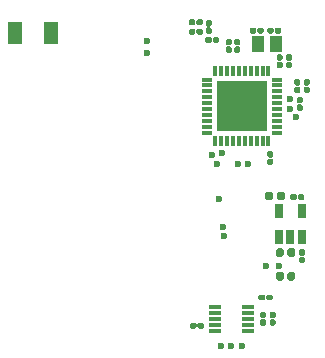
<source format=gbr>
G04 #@! TF.GenerationSoftware,KiCad,Pcbnew,(5.1.6)-1*
G04 #@! TF.CreationDate,2021-05-09T15:01:23+05:30*
G04 #@! TF.ProjectId,ProTag,50726f54-6167-42e6-9b69-6361645f7063,1*
G04 #@! TF.SameCoordinates,Original*
G04 #@! TF.FileFunction,Soldermask,Top*
G04 #@! TF.FilePolarity,Negative*
%FSLAX45Y45*%
G04 Gerber Fmt 4.5, Leading zero omitted, Abs format (unit mm)*
G04 Created by KiCad (PCBNEW (5.1.6)-1) date 2021-05-09 15:01:23*
%MOMM*%
%LPD*%
G01*
G04 APERTURE LIST*
%ADD10R,1.250000X1.900000*%
%ADD11R,1.100000X0.400000*%
%ADD12R,4.350000X4.350000*%
%ADD13R,0.400000X0.950000*%
%ADD14R,0.950000X0.400000*%
%ADD15C,0.600000*%
%ADD16R,0.750000X1.160000*%
%ADD17R,1.100000X1.350000*%
G04 APERTURE END LIST*
D10*
G04 #@! TO.C,ANT1*
X16930000Y-10730000D03*
X17230000Y-10730000D03*
G04 #@! TD*
G04 #@! TO.C,C1*
G36*
G01*
X19303000Y-12570250D02*
X19303000Y-12609750D01*
G75*
G02*
X19285750Y-12627000I-17250J0D01*
G01*
X19251250Y-12627000D01*
G75*
G02*
X19234000Y-12609750I0J17250D01*
G01*
X19234000Y-12570250D01*
G75*
G02*
X19251250Y-12553000I17250J0D01*
G01*
X19285750Y-12553000D01*
G75*
G02*
X19303000Y-12570250I0J-17250D01*
G01*
G37*
G36*
G01*
X19206000Y-12570250D02*
X19206000Y-12609750D01*
G75*
G02*
X19188750Y-12627000I-17250J0D01*
G01*
X19154250Y-12627000D01*
G75*
G02*
X19137000Y-12609750I0J17250D01*
G01*
X19137000Y-12570250D01*
G75*
G02*
X19154250Y-12553000I17250J0D01*
G01*
X19188750Y-12553000D01*
G75*
G02*
X19206000Y-12570250I0J-17250D01*
G01*
G37*
G04 #@! TD*
G04 #@! TO.C,C2*
G36*
G01*
X18474000Y-13222500D02*
X18474000Y-13197500D01*
G75*
G02*
X18486500Y-13185000I12500J0D01*
G01*
X18517500Y-13185000D01*
G75*
G02*
X18530000Y-13197500I0J-12500D01*
G01*
X18530000Y-13222500D01*
G75*
G02*
X18517500Y-13235000I-12500J0D01*
G01*
X18486500Y-13235000D01*
G75*
G02*
X18474000Y-13222500I0J12500D01*
G01*
G37*
G36*
G01*
X18410000Y-13222500D02*
X18410000Y-13197500D01*
G75*
G02*
X18422500Y-13185000I12500J0D01*
G01*
X18453500Y-13185000D01*
G75*
G02*
X18466000Y-13197500I0J-12500D01*
G01*
X18466000Y-13222500D01*
G75*
G02*
X18453500Y-13235000I-12500J0D01*
G01*
X18422500Y-13235000D01*
G75*
G02*
X18410000Y-13222500I0J12500D01*
G01*
G37*
G04 #@! TD*
G04 #@! TO.C,C3*
G36*
G01*
X19372500Y-12616000D02*
X19347500Y-12616000D01*
G75*
G02*
X19335000Y-12603500I0J12500D01*
G01*
X19335000Y-12572500D01*
G75*
G02*
X19347500Y-12560000I12500J0D01*
G01*
X19372500Y-12560000D01*
G75*
G02*
X19385000Y-12572500I0J-12500D01*
G01*
X19385000Y-12603500D01*
G75*
G02*
X19372500Y-12616000I-12500J0D01*
G01*
G37*
G36*
G01*
X19372500Y-12680000D02*
X19347500Y-12680000D01*
G75*
G02*
X19335000Y-12667500I0J12500D01*
G01*
X19335000Y-12636500D01*
G75*
G02*
X19347500Y-12624000I12500J0D01*
G01*
X19372500Y-12624000D01*
G75*
G02*
X19385000Y-12636500I0J-12500D01*
G01*
X19385000Y-12667500D01*
G75*
G02*
X19372500Y-12680000I-12500J0D01*
G01*
G37*
G04 #@! TD*
G04 #@! TO.C,C4*
G36*
G01*
X18456000Y-10707500D02*
X18456000Y-10732500D01*
G75*
G02*
X18443500Y-10745000I-12500J0D01*
G01*
X18412500Y-10745000D01*
G75*
G02*
X18400000Y-10732500I0J12500D01*
G01*
X18400000Y-10707500D01*
G75*
G02*
X18412500Y-10695000I12500J0D01*
G01*
X18443500Y-10695000D01*
G75*
G02*
X18456000Y-10707500I0J-12500D01*
G01*
G37*
G36*
G01*
X18520000Y-10707500D02*
X18520000Y-10732500D01*
G75*
G02*
X18507500Y-10745000I-12500J0D01*
G01*
X18476500Y-10745000D01*
G75*
G02*
X18464000Y-10732500I0J12500D01*
G01*
X18464000Y-10707500D01*
G75*
G02*
X18476500Y-10695000I12500J0D01*
G01*
X18507500Y-10695000D01*
G75*
G02*
X18520000Y-10707500I0J-12500D01*
G01*
G37*
G04 #@! TD*
G04 #@! TO.C,C5*
G36*
G01*
X19260000Y-12132500D02*
X19260000Y-12107500D01*
G75*
G02*
X19272500Y-12095000I12500J0D01*
G01*
X19303500Y-12095000D01*
G75*
G02*
X19316000Y-12107500I0J-12500D01*
G01*
X19316000Y-12132500D01*
G75*
G02*
X19303500Y-12145000I-12500J0D01*
G01*
X19272500Y-12145000D01*
G75*
G02*
X19260000Y-12132500I0J12500D01*
G01*
G37*
G36*
G01*
X19324000Y-12132500D02*
X19324000Y-12107500D01*
G75*
G02*
X19336500Y-12095000I12500J0D01*
G01*
X19367500Y-12095000D01*
G75*
G02*
X19380000Y-12107500I0J-12500D01*
G01*
X19380000Y-12132500D01*
G75*
G02*
X19367500Y-12145000I-12500J0D01*
G01*
X19336500Y-12145000D01*
G75*
G02*
X19324000Y-12132500I0J12500D01*
G01*
G37*
G04 #@! TD*
G04 #@! TO.C,C6*
G36*
G01*
X18456000Y-10627500D02*
X18456000Y-10652500D01*
G75*
G02*
X18443500Y-10665000I-12500J0D01*
G01*
X18412500Y-10665000D01*
G75*
G02*
X18400000Y-10652500I0J12500D01*
G01*
X18400000Y-10627500D01*
G75*
G02*
X18412500Y-10615000I12500J0D01*
G01*
X18443500Y-10615000D01*
G75*
G02*
X18456000Y-10627500I0J-12500D01*
G01*
G37*
G36*
G01*
X18520000Y-10627500D02*
X18520000Y-10652500D01*
G75*
G02*
X18507500Y-10665000I-12500J0D01*
G01*
X18476500Y-10665000D01*
G75*
G02*
X18464000Y-10652500I0J12500D01*
G01*
X18464000Y-10627500D01*
G75*
G02*
X18476500Y-10615000I12500J0D01*
G01*
X18507500Y-10615000D01*
G75*
G02*
X18520000Y-10627500I0J-12500D01*
G01*
G37*
G04 #@! TD*
G04 #@! TO.C,C7*
G36*
G01*
X19116000Y-12090250D02*
X19116000Y-12129750D01*
G75*
G02*
X19098750Y-12147000I-17250J0D01*
G01*
X19064250Y-12147000D01*
G75*
G02*
X19047000Y-12129750I0J17250D01*
G01*
X19047000Y-12090250D01*
G75*
G02*
X19064250Y-12073000I17250J0D01*
G01*
X19098750Y-12073000D01*
G75*
G02*
X19116000Y-12090250I0J-17250D01*
G01*
G37*
G36*
G01*
X19213000Y-12090250D02*
X19213000Y-12129750D01*
G75*
G02*
X19195750Y-12147000I-17250J0D01*
G01*
X19161250Y-12147000D01*
G75*
G02*
X19144000Y-12129750I0J17250D01*
G01*
X19144000Y-12090250D01*
G75*
G02*
X19161250Y-12073000I17250J0D01*
G01*
X19195750Y-12073000D01*
G75*
G02*
X19213000Y-12090250I0J-17250D01*
G01*
G37*
G04 #@! TD*
G04 #@! TO.C,C8*
G36*
G01*
X19110000Y-12957500D02*
X19110000Y-12982500D01*
G75*
G02*
X19097500Y-12995000I-12500J0D01*
G01*
X19066500Y-12995000D01*
G75*
G02*
X19054000Y-12982500I0J12500D01*
G01*
X19054000Y-12957500D01*
G75*
G02*
X19066500Y-12945000I12500J0D01*
G01*
X19097500Y-12945000D01*
G75*
G02*
X19110000Y-12957500I0J-12500D01*
G01*
G37*
G36*
G01*
X19046000Y-12957500D02*
X19046000Y-12982500D01*
G75*
G02*
X19033500Y-12995000I-12500J0D01*
G01*
X19002500Y-12995000D01*
G75*
G02*
X18990000Y-12982500I0J12500D01*
G01*
X18990000Y-12957500D01*
G75*
G02*
X19002500Y-12945000I12500J0D01*
G01*
X19033500Y-12945000D01*
G75*
G02*
X19046000Y-12957500I0J-12500D01*
G01*
G37*
G04 #@! TD*
G04 #@! TO.C,C9*
G36*
G01*
X19303000Y-12770250D02*
X19303000Y-12809750D01*
G75*
G02*
X19285750Y-12827000I-17250J0D01*
G01*
X19251250Y-12827000D01*
G75*
G02*
X19234000Y-12809750I0J17250D01*
G01*
X19234000Y-12770250D01*
G75*
G02*
X19251250Y-12753000I17250J0D01*
G01*
X19285750Y-12753000D01*
G75*
G02*
X19303000Y-12770250I0J-17250D01*
G01*
G37*
G36*
G01*
X19206000Y-12770250D02*
X19206000Y-12809750D01*
G75*
G02*
X19188750Y-12827000I-17250J0D01*
G01*
X19154250Y-12827000D01*
G75*
G02*
X19137000Y-12809750I0J17250D01*
G01*
X19137000Y-12770250D01*
G75*
G02*
X19154250Y-12753000I17250J0D01*
G01*
X19188750Y-12753000D01*
G75*
G02*
X19206000Y-12770250I0J-17250D01*
G01*
G37*
G04 #@! TD*
G04 #@! TO.C,C10*
G36*
G01*
X19064500Y-10722500D02*
X19064500Y-10697500D01*
G75*
G02*
X19077000Y-10685000I12500J0D01*
G01*
X19108000Y-10685000D01*
G75*
G02*
X19120500Y-10697500I0J-12500D01*
G01*
X19120500Y-10722500D01*
G75*
G02*
X19108000Y-10735000I-12500J0D01*
G01*
X19077000Y-10735000D01*
G75*
G02*
X19064500Y-10722500I0J12500D01*
G01*
G37*
G36*
G01*
X19128500Y-10722500D02*
X19128500Y-10697500D01*
G75*
G02*
X19141000Y-10685000I12500J0D01*
G01*
X19172000Y-10685000D01*
G75*
G02*
X19184500Y-10697500I0J-12500D01*
G01*
X19184500Y-10722500D01*
G75*
G02*
X19172000Y-10735000I-12500J0D01*
G01*
X19141000Y-10735000D01*
G75*
G02*
X19128500Y-10722500I0J12500D01*
G01*
G37*
G04 #@! TD*
G04 #@! TO.C,C11*
G36*
G01*
X18915500Y-10722500D02*
X18915500Y-10697500D01*
G75*
G02*
X18928000Y-10685000I12500J0D01*
G01*
X18959000Y-10685000D01*
G75*
G02*
X18971500Y-10697500I0J-12500D01*
G01*
X18971500Y-10722500D01*
G75*
G02*
X18959000Y-10735000I-12500J0D01*
G01*
X18928000Y-10735000D01*
G75*
G02*
X18915500Y-10722500I0J12500D01*
G01*
G37*
G36*
G01*
X18979500Y-10722500D02*
X18979500Y-10697500D01*
G75*
G02*
X18992000Y-10685000I12500J0D01*
G01*
X19023000Y-10685000D01*
G75*
G02*
X19035500Y-10697500I0J-12500D01*
G01*
X19035500Y-10722500D01*
G75*
G02*
X19023000Y-10735000I-12500J0D01*
G01*
X18992000Y-10735000D01*
G75*
G02*
X18979500Y-10722500I0J12500D01*
G01*
G37*
G04 #@! TD*
G04 #@! TO.C,C12*
G36*
G01*
X18822500Y-10836000D02*
X18797500Y-10836000D01*
G75*
G02*
X18785000Y-10823500I0J12500D01*
G01*
X18785000Y-10792500D01*
G75*
G02*
X18797500Y-10780000I12500J0D01*
G01*
X18822500Y-10780000D01*
G75*
G02*
X18835000Y-10792500I0J-12500D01*
G01*
X18835000Y-10823500D01*
G75*
G02*
X18822500Y-10836000I-12500J0D01*
G01*
G37*
G36*
G01*
X18822500Y-10900000D02*
X18797500Y-10900000D01*
G75*
G02*
X18785000Y-10887500I0J12500D01*
G01*
X18785000Y-10856500D01*
G75*
G02*
X18797500Y-10844000I12500J0D01*
G01*
X18822500Y-10844000D01*
G75*
G02*
X18835000Y-10856500I0J-12500D01*
G01*
X18835000Y-10887500D01*
G75*
G02*
X18822500Y-10900000I-12500J0D01*
G01*
G37*
G04 #@! TD*
G04 #@! TO.C,C13*
G36*
G01*
X19157500Y-10974000D02*
X19182500Y-10974000D01*
G75*
G02*
X19195000Y-10986500I0J-12500D01*
G01*
X19195000Y-11017500D01*
G75*
G02*
X19182500Y-11030000I-12500J0D01*
G01*
X19157500Y-11030000D01*
G75*
G02*
X19145000Y-11017500I0J12500D01*
G01*
X19145000Y-10986500D01*
G75*
G02*
X19157500Y-10974000I12500J0D01*
G01*
G37*
G36*
G01*
X19157500Y-10910000D02*
X19182500Y-10910000D01*
G75*
G02*
X19195000Y-10922500I0J-12500D01*
G01*
X19195000Y-10953500D01*
G75*
G02*
X19182500Y-10966000I-12500J0D01*
G01*
X19157500Y-10966000D01*
G75*
G02*
X19145000Y-10953500I0J12500D01*
G01*
X19145000Y-10922500D01*
G75*
G02*
X19157500Y-10910000I12500J0D01*
G01*
G37*
G04 #@! TD*
G04 #@! TO.C,C14*
G36*
G01*
X18752500Y-10900000D02*
X18727500Y-10900000D01*
G75*
G02*
X18715000Y-10887500I0J12500D01*
G01*
X18715000Y-10856500D01*
G75*
G02*
X18727500Y-10844000I12500J0D01*
G01*
X18752500Y-10844000D01*
G75*
G02*
X18765000Y-10856500I0J-12500D01*
G01*
X18765000Y-10887500D01*
G75*
G02*
X18752500Y-10900000I-12500J0D01*
G01*
G37*
G36*
G01*
X18752500Y-10836000D02*
X18727500Y-10836000D01*
G75*
G02*
X18715000Y-10823500I0J12500D01*
G01*
X18715000Y-10792500D01*
G75*
G02*
X18727500Y-10780000I12500J0D01*
G01*
X18752500Y-10780000D01*
G75*
G02*
X18765000Y-10792500I0J-12500D01*
G01*
X18765000Y-10823500D01*
G75*
G02*
X18752500Y-10836000I-12500J0D01*
G01*
G37*
G04 #@! TD*
G04 #@! TO.C,C15*
G36*
G01*
X19332500Y-11240000D02*
X19307500Y-11240000D01*
G75*
G02*
X19295000Y-11227500I0J12500D01*
G01*
X19295000Y-11196500D01*
G75*
G02*
X19307500Y-11184000I12500J0D01*
G01*
X19332500Y-11184000D01*
G75*
G02*
X19345000Y-11196500I0J-12500D01*
G01*
X19345000Y-11227500D01*
G75*
G02*
X19332500Y-11240000I-12500J0D01*
G01*
G37*
G36*
G01*
X19332500Y-11176000D02*
X19307500Y-11176000D01*
G75*
G02*
X19295000Y-11163500I0J12500D01*
G01*
X19295000Y-11132500D01*
G75*
G02*
X19307500Y-11120000I12500J0D01*
G01*
X19332500Y-11120000D01*
G75*
G02*
X19345000Y-11132500I0J-12500D01*
G01*
X19345000Y-11163500D01*
G75*
G02*
X19332500Y-11176000I-12500J0D01*
G01*
G37*
G04 #@! TD*
G04 #@! TO.C,C16*
G36*
G01*
X19387500Y-11184000D02*
X19412500Y-11184000D01*
G75*
G02*
X19425000Y-11196500I0J-12500D01*
G01*
X19425000Y-11227500D01*
G75*
G02*
X19412500Y-11240000I-12500J0D01*
G01*
X19387500Y-11240000D01*
G75*
G02*
X19375000Y-11227500I0J12500D01*
G01*
X19375000Y-11196500D01*
G75*
G02*
X19387500Y-11184000I12500J0D01*
G01*
G37*
G36*
G01*
X19387500Y-11120000D02*
X19412500Y-11120000D01*
G75*
G02*
X19425000Y-11132500I0J-12500D01*
G01*
X19425000Y-11163500D01*
G75*
G02*
X19412500Y-11176000I-12500J0D01*
G01*
X19387500Y-11176000D01*
G75*
G02*
X19375000Y-11163500I0J12500D01*
G01*
X19375000Y-11132500D01*
G75*
G02*
X19387500Y-11120000I12500J0D01*
G01*
G37*
G04 #@! TD*
G04 #@! TO.C,C17*
G36*
G01*
X19077500Y-11730000D02*
X19102500Y-11730000D01*
G75*
G02*
X19115000Y-11742500I0J-12500D01*
G01*
X19115000Y-11773500D01*
G75*
G02*
X19102500Y-11786000I-12500J0D01*
G01*
X19077500Y-11786000D01*
G75*
G02*
X19065000Y-11773500I0J12500D01*
G01*
X19065000Y-11742500D01*
G75*
G02*
X19077500Y-11730000I12500J0D01*
G01*
G37*
G36*
G01*
X19077500Y-11794000D02*
X19102500Y-11794000D01*
G75*
G02*
X19115000Y-11806500I0J-12500D01*
G01*
X19115000Y-11837500D01*
G75*
G02*
X19102500Y-11850000I-12500J0D01*
G01*
X19077500Y-11850000D01*
G75*
G02*
X19065000Y-11837500I0J12500D01*
G01*
X19065000Y-11806500D01*
G75*
G02*
X19077500Y-11794000I12500J0D01*
G01*
G37*
G04 #@! TD*
D11*
G04 #@! TO.C,IC1*
X18620000Y-13050000D03*
X18620000Y-13100000D03*
X18620000Y-13150000D03*
X18620000Y-13200000D03*
X18620000Y-13250000D03*
X18900000Y-13250000D03*
X18900000Y-13200000D03*
X18900000Y-13150000D03*
X18900000Y-13100000D03*
X18900000Y-13050000D03*
G04 #@! TD*
D12*
G04 #@! TO.C,IC2*
X18850000Y-11350000D03*
D13*
X18625000Y-11055000D03*
X18675000Y-11055000D03*
X18725000Y-11055000D03*
X18775000Y-11055000D03*
X18825000Y-11055000D03*
X18875000Y-11055000D03*
X18925000Y-11055000D03*
X18975000Y-11055000D03*
X19025000Y-11055000D03*
X19075000Y-11055000D03*
D14*
X19145000Y-11125000D03*
X19145000Y-11175000D03*
X19145000Y-11225000D03*
X19145000Y-11275000D03*
X19145000Y-11325000D03*
X19145000Y-11375000D03*
X19145000Y-11425000D03*
X19145000Y-11475000D03*
X19145000Y-11525000D03*
X19145000Y-11575000D03*
D13*
X19075000Y-11645000D03*
X19025000Y-11645000D03*
X18975000Y-11645000D03*
X18925000Y-11645000D03*
X18875000Y-11645000D03*
X18825000Y-11645000D03*
X18775000Y-11645000D03*
X18725000Y-11645000D03*
X18675000Y-11645000D03*
X18625000Y-11645000D03*
D14*
X18555000Y-11575000D03*
X18555000Y-11525000D03*
X18555000Y-11475000D03*
X18555000Y-11425000D03*
X18555000Y-11375000D03*
X18555000Y-11325000D03*
X18555000Y-11275000D03*
X18555000Y-11225000D03*
X18555000Y-11175000D03*
X18555000Y-11125000D03*
G04 #@! TD*
D15*
G04 #@! TO.C,J2*
X18700000Y-12450000D03*
G04 #@! TD*
G04 #@! TO.C,J3*
X18660000Y-12140000D03*
G04 #@! TD*
G04 #@! TO.C,J4*
X18050000Y-10900000D03*
G04 #@! TD*
G04 #@! TO.C,J5*
X18050000Y-10800000D03*
G04 #@! TD*
G04 #@! TO.C,J6*
X18690000Y-12370000D03*
G04 #@! TD*
G04 #@! TO.C,J7*
X18760000Y-13380000D03*
G04 #@! TD*
G04 #@! TO.C,J8*
X18850000Y-13380000D03*
G04 #@! TD*
G04 #@! TO.C,J9*
X18670000Y-13380000D03*
G04 #@! TD*
G04 #@! TO.C,J10*
X18820000Y-11840000D03*
G04 #@! TD*
G04 #@! TO.C,J11*
X18900000Y-11840000D03*
G04 #@! TD*
G04 #@! TO.C,J12*
X19260000Y-11370000D03*
G04 #@! TD*
G04 #@! TO.C,J13*
X19260000Y-11290000D03*
G04 #@! TD*
G04 #@! TO.C,J14*
X19310000Y-11440000D03*
G04 #@! TD*
G04 #@! TO.C,J15*
X18600000Y-11760000D03*
G04 #@! TD*
G04 #@! TO.C,J16*
X18680000Y-11750000D03*
G04 #@! TD*
G04 #@! TO.C,J17*
X18640000Y-11840000D03*
G04 #@! TD*
G04 #@! TO.C,J18*
X19160000Y-12700000D03*
G04 #@! TD*
G04 #@! TO.C,J19*
X19050000Y-12700000D03*
G04 #@! TD*
G04 #@! TO.C,L1*
G36*
G01*
X18582500Y-10676000D02*
X18557500Y-10676000D01*
G75*
G02*
X18545000Y-10663500I0J12500D01*
G01*
X18545000Y-10632500D01*
G75*
G02*
X18557500Y-10620000I12500J0D01*
G01*
X18582500Y-10620000D01*
G75*
G02*
X18595000Y-10632500I0J-12500D01*
G01*
X18595000Y-10663500D01*
G75*
G02*
X18582500Y-10676000I-12500J0D01*
G01*
G37*
G36*
G01*
X18582500Y-10740000D02*
X18557500Y-10740000D01*
G75*
G02*
X18545000Y-10727500I0J12500D01*
G01*
X18545000Y-10696500D01*
G75*
G02*
X18557500Y-10684000I12500J0D01*
G01*
X18582500Y-10684000D01*
G75*
G02*
X18595000Y-10696500I0J-12500D01*
G01*
X18595000Y-10727500D01*
G75*
G02*
X18582500Y-10740000I-12500J0D01*
G01*
G37*
G04 #@! TD*
G04 #@! TO.C,L2*
G36*
G01*
X19237500Y-10910000D02*
X19262500Y-10910000D01*
G75*
G02*
X19275000Y-10922500I0J-12500D01*
G01*
X19275000Y-10953500D01*
G75*
G02*
X19262500Y-10966000I-12500J0D01*
G01*
X19237500Y-10966000D01*
G75*
G02*
X19225000Y-10953500I0J12500D01*
G01*
X19225000Y-10922500D01*
G75*
G02*
X19237500Y-10910000I12500J0D01*
G01*
G37*
G36*
G01*
X19237500Y-10974000D02*
X19262500Y-10974000D01*
G75*
G02*
X19275000Y-10986500I0J-12500D01*
G01*
X19275000Y-11017500D01*
G75*
G02*
X19262500Y-11030000I-12500J0D01*
G01*
X19237500Y-11030000D01*
G75*
G02*
X19225000Y-11017500I0J12500D01*
G01*
X19225000Y-10986500D01*
G75*
G02*
X19237500Y-10974000I12500J0D01*
G01*
G37*
G04 #@! TD*
G04 #@! TO.C,R1*
G36*
G01*
X18540000Y-10802500D02*
X18540000Y-10777500D01*
G75*
G02*
X18552500Y-10765000I12500J0D01*
G01*
X18583500Y-10765000D01*
G75*
G02*
X18596000Y-10777500I0J-12500D01*
G01*
X18596000Y-10802500D01*
G75*
G02*
X18583500Y-10815000I-12500J0D01*
G01*
X18552500Y-10815000D01*
G75*
G02*
X18540000Y-10802500I0J12500D01*
G01*
G37*
G36*
G01*
X18604000Y-10802500D02*
X18604000Y-10777500D01*
G75*
G02*
X18616500Y-10765000I12500J0D01*
G01*
X18647500Y-10765000D01*
G75*
G02*
X18660000Y-10777500I0J-12500D01*
G01*
X18660000Y-10802500D01*
G75*
G02*
X18647500Y-10815000I-12500J0D01*
G01*
X18616500Y-10815000D01*
G75*
G02*
X18604000Y-10802500I0J12500D01*
G01*
G37*
G04 #@! TD*
G04 #@! TO.C,R3*
G36*
G01*
X19352500Y-11326000D02*
X19327500Y-11326000D01*
G75*
G02*
X19315000Y-11313500I0J12500D01*
G01*
X19315000Y-11282500D01*
G75*
G02*
X19327500Y-11270000I12500J0D01*
G01*
X19352500Y-11270000D01*
G75*
G02*
X19365000Y-11282500I0J-12500D01*
G01*
X19365000Y-11313500D01*
G75*
G02*
X19352500Y-11326000I-12500J0D01*
G01*
G37*
G36*
G01*
X19352500Y-11390000D02*
X19327500Y-11390000D01*
G75*
G02*
X19315000Y-11377500I0J12500D01*
G01*
X19315000Y-11346500D01*
G75*
G02*
X19327500Y-11334000I12500J0D01*
G01*
X19352500Y-11334000D01*
G75*
G02*
X19365000Y-11346500I0J-12500D01*
G01*
X19365000Y-11377500D01*
G75*
G02*
X19352500Y-11390000I-12500J0D01*
G01*
G37*
G04 #@! TD*
G04 #@! TO.C,R5*
G36*
G01*
X19017500Y-13154000D02*
X19042500Y-13154000D01*
G75*
G02*
X19055000Y-13166500I0J-12500D01*
G01*
X19055000Y-13197500D01*
G75*
G02*
X19042500Y-13210000I-12500J0D01*
G01*
X19017500Y-13210000D01*
G75*
G02*
X19005000Y-13197500I0J12500D01*
G01*
X19005000Y-13166500D01*
G75*
G02*
X19017500Y-13154000I12500J0D01*
G01*
G37*
G36*
G01*
X19017500Y-13090000D02*
X19042500Y-13090000D01*
G75*
G02*
X19055000Y-13102500I0J-12500D01*
G01*
X19055000Y-13133500D01*
G75*
G02*
X19042500Y-13146000I-12500J0D01*
G01*
X19017500Y-13146000D01*
G75*
G02*
X19005000Y-13133500I0J12500D01*
G01*
X19005000Y-13102500D01*
G75*
G02*
X19017500Y-13090000I12500J0D01*
G01*
G37*
G04 #@! TD*
G04 #@! TO.C,R6*
G36*
G01*
X19097500Y-13090000D02*
X19122500Y-13090000D01*
G75*
G02*
X19135000Y-13102500I0J-12500D01*
G01*
X19135000Y-13133500D01*
G75*
G02*
X19122500Y-13146000I-12500J0D01*
G01*
X19097500Y-13146000D01*
G75*
G02*
X19085000Y-13133500I0J12500D01*
G01*
X19085000Y-13102500D01*
G75*
G02*
X19097500Y-13090000I12500J0D01*
G01*
G37*
G36*
G01*
X19097500Y-13154000D02*
X19122500Y-13154000D01*
G75*
G02*
X19135000Y-13166500I0J-12500D01*
G01*
X19135000Y-13197500D01*
G75*
G02*
X19122500Y-13210000I-12500J0D01*
G01*
X19097500Y-13210000D01*
G75*
G02*
X19085000Y-13197500I0J12500D01*
G01*
X19085000Y-13166500D01*
G75*
G02*
X19097500Y-13154000I12500J0D01*
G01*
G37*
G04 #@! TD*
D16*
G04 #@! TO.C,U1*
X19165000Y-12460000D03*
X19260000Y-12460000D03*
X19355000Y-12460000D03*
X19355000Y-12240000D03*
X19165000Y-12240000D03*
G04 #@! TD*
D17*
G04 #@! TO.C,Y1*
X19140000Y-10820000D03*
X18990000Y-10820000D03*
G04 #@! TD*
M02*

</source>
